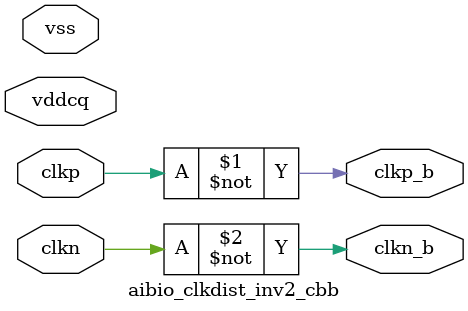
<source format=sv>
`timescale 1ps/1fs

module aibio_clkdist_inv2_cbb
(
	//------Supply pins------//
	input vddcq,
  	input vss,
	//------Input pins------//
  	input clkp,
  	input clkn,
	//------Output pins------//
  	output clkp_b,
  	output clkn_b
);

assign clkp_b = ~clkp;
assign clkn_b = ~clkn;

endmodule

</source>
